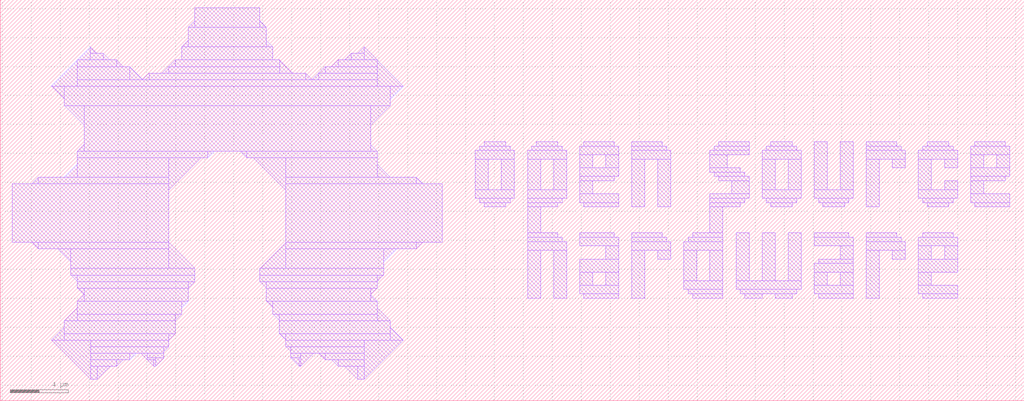
<source format=lef>
VERSION 5.7 ;
  NOWIREEXTENSIONATPIN ON ;
  DIVIDERCHAR "/" ;
  BUSBITCHARS "[]" ;
MACRO open_source
  CLASS BLOCK ;
  FOREIGN open_source ;
  ORIGIN -1.880 -12.910 ;
  SIZE 70.695 BY 27.695 ;
  OBS
      LAYER Metal5 ;
        POLYGON 15.300 39.150 15.300 38.700 14.850 38.700 ;
        RECT 15.300 38.700 19.800 40.050 ;
        POLYGON 19.800 39.150 20.250 38.700 19.800 38.700 ;
        POLYGON 14.850 37.800 14.850 37.350 14.400 37.350 ;
        RECT 14.850 37.350 20.250 38.700 ;
        POLYGON 20.250 37.800 20.700 37.350 20.250 37.350 ;
        POLYGON 8.095 37.350 8.095 36.455 7.200 36.455 ;
        POLYGON 8.095 37.350 8.545 36.900 8.095 36.900 ;
        RECT 8.095 36.455 8.995 36.900 ;
        RECT 7.200 36.450 8.995 36.455 ;
        POLYGON 8.995 36.900 9.445 36.450 8.995 36.450 ;
        RECT 14.400 36.450 20.700 37.350 ;
        POLYGON 27.005 37.350 27.005 36.900 26.555 36.900 ;
        POLYGON 26.105 36.900 26.105 36.450 25.655 36.450 ;
        RECT 26.105 36.455 27.005 36.900 ;
        POLYGON 27.005 37.350 27.900 36.455 27.005 36.455 ;
        RECT 26.105 36.450 27.900 36.455 ;
        POLYGON 7.200 36.450 7.200 34.650 5.400 34.650 ;
        RECT 7.200 36.000 9.895 36.450 ;
        POLYGON 9.895 36.450 10.345 36.000 9.895 36.000 ;
        POLYGON 13.945 36.450 13.945 36.000 13.495 36.000 ;
        RECT 13.945 36.000 21.155 36.450 ;
        RECT 7.200 35.100 10.795 36.000 ;
        POLYGON 10.795 36.000 11.695 35.100 10.795 35.100 ;
        POLYGON 13.495 36.000 13.495 35.550 13.045 35.550 ;
        RECT 13.495 35.550 21.155 36.000 ;
        POLYGON 21.155 36.450 22.055 35.550 21.155 35.550 ;
        POLYGON 25.205 36.450 25.205 36.000 24.755 36.000 ;
        RECT 25.205 36.000 27.900 36.450 ;
        POLYGON 24.305 36.000 24.305 35.550 23.855 35.550 ;
        RECT 24.305 35.550 27.900 36.000 ;
        POLYGON 12.145 35.550 12.145 35.100 11.695 35.100 ;
        RECT 12.145 35.100 22.955 35.550 ;
        POLYGON 22.955 35.550 23.405 35.100 22.955 35.100 ;
        POLYGON 23.855 35.550 23.855 35.100 23.405 35.100 ;
        RECT 23.855 35.100 27.900 35.550 ;
        RECT 7.200 34.650 27.900 35.100 ;
        POLYGON 27.900 36.450 29.700 34.650 27.900 34.650 ;
        POLYGON 5.400 34.650 6.300 34.650 6.300 33.750 ;
        RECT 6.300 33.300 28.800 34.650 ;
        POLYGON 28.800 34.650 29.700 34.650 28.800 33.750 ;
        POLYGON 6.300 33.300 7.650 33.300 7.650 31.950 ;
        POLYGON 7.650 30.600 7.650 30.150 7.200 30.150 ;
        RECT 7.650 30.150 27.450 33.300 ;
        POLYGON 27.450 33.300 28.800 33.300 27.450 31.950 ;
        POLYGON 27.450 30.600 27.900 30.150 27.450 30.150 ;
        RECT 35.280 30.505 36.780 30.805 ;
        RECT 38.880 30.505 40.380 30.805 ;
        RECT 42.180 30.505 44.280 30.805 ;
        RECT 45.480 30.505 47.580 30.805 ;
        RECT 51.480 30.505 53.580 30.805 ;
        RECT 55.080 30.505 56.580 30.805 ;
        RECT 34.980 30.205 37.080 30.505 ;
        RECT 38.580 30.205 40.680 30.505 ;
        RECT 7.200 29.700 16.200 30.150 ;
        POLYGON 16.200 30.150 16.650 30.150 16.200 29.700 ;
        POLYGON 18.450 30.150 18.900 30.150 18.900 29.700 ;
        RECT 18.900 29.700 27.900 30.150 ;
        POLYGON 7.200 29.250 7.200 28.350 6.300 28.350 ;
        RECT 7.200 28.350 13.500 29.700 ;
        POLYGON 4.500 28.350 4.500 27.900 4.050 27.900 ;
        RECT 4.500 27.900 13.500 28.350 ;
        RECT 2.700 23.850 13.500 27.900 ;
        POLYGON 13.500 29.700 15.750 29.700 13.500 27.450 ;
        POLYGON 19.350 29.700 21.600 29.700 21.600 27.450 ;
        RECT 21.600 28.350 27.900 29.700 ;
        RECT 34.680 29.605 37.380 30.205 ;
        POLYGON 27.900 29.250 28.800 28.350 27.900 28.350 ;
        RECT 21.600 27.900 30.600 28.350 ;
        POLYGON 30.600 28.350 31.050 27.900 30.600 27.900 ;
        RECT 21.600 23.850 32.400 27.900 ;
        RECT 34.680 27.505 35.580 29.605 ;
        RECT 36.480 27.505 37.380 29.605 ;
        RECT 34.680 26.905 37.380 27.505 ;
        RECT 38.280 29.605 40.980 30.205 ;
        RECT 38.280 27.505 39.180 29.605 ;
        RECT 40.080 27.505 40.980 29.605 ;
        RECT 38.280 26.905 40.980 27.505 ;
        RECT 41.880 29.905 44.580 30.505 ;
        RECT 41.880 29.005 42.780 29.905 ;
        RECT 43.680 29.005 44.580 29.905 ;
        RECT 41.880 28.405 44.580 29.005 ;
        RECT 45.480 30.205 47.880 30.505 ;
        RECT 51.180 30.205 53.580 30.505 ;
        RECT 54.780 30.205 56.880 30.505 ;
        RECT 45.480 29.605 48.180 30.205 ;
        RECT 41.880 28.105 44.280 28.405 ;
        RECT 41.880 27.205 42.780 28.105 ;
        RECT 34.980 26.605 37.080 26.905 ;
        RECT 38.280 26.605 40.680 26.905 ;
        RECT 41.880 26.605 44.580 27.205 ;
        RECT 35.280 26.305 36.780 26.605 ;
        RECT 38.280 26.305 40.380 26.605 ;
        RECT 42.180 26.305 44.580 26.605 ;
        RECT 45.480 26.305 46.380 29.605 ;
        RECT 47.280 26.305 48.180 29.605 ;
        RECT 50.880 29.905 53.580 30.205 ;
        RECT 50.880 29.005 52.080 29.905 ;
        RECT 54.480 29.605 57.180 30.205 ;
        RECT 50.880 28.705 52.980 29.005 ;
        RECT 51.180 28.405 53.280 28.705 ;
        RECT 51.480 28.105 53.580 28.405 ;
        RECT 52.380 27.205 53.580 28.105 ;
        RECT 50.880 26.905 53.580 27.205 ;
        RECT 54.480 27.505 55.380 29.605 ;
        RECT 56.280 27.505 57.180 29.605 ;
        RECT 54.480 26.905 57.180 27.505 ;
        RECT 58.080 27.505 58.980 30.805 ;
        RECT 59.880 27.505 60.780 30.805 ;
        RECT 58.080 26.905 60.780 27.505 ;
        RECT 61.680 30.505 63.780 30.805 ;
        RECT 65.880 30.505 67.380 30.805 ;
        RECT 69.180 30.505 71.280 30.805 ;
        RECT 61.680 30.205 64.080 30.505 ;
        RECT 65.580 30.205 67.680 30.505 ;
        RECT 61.680 29.605 64.380 30.205 ;
        RECT 50.880 26.605 53.280 26.905 ;
        RECT 54.780 26.605 56.880 26.905 ;
        RECT 58.380 26.605 60.480 26.905 ;
        RECT 50.880 26.305 52.980 26.605 ;
        RECT 55.080 26.305 56.580 26.605 ;
        RECT 58.680 26.305 60.180 26.605 ;
        RECT 61.680 26.305 62.580 29.605 ;
        RECT 63.480 29.005 64.380 29.605 ;
        RECT 65.280 29.605 67.980 30.205 ;
        RECT 65.280 27.505 66.180 29.605 ;
        RECT 67.080 29.005 67.980 29.605 ;
        RECT 68.880 29.905 71.580 30.505 ;
        RECT 68.880 29.005 69.780 29.905 ;
        RECT 70.680 29.005 71.580 29.905 ;
        RECT 68.880 28.405 71.580 29.005 ;
        RECT 68.880 28.105 71.280 28.405 ;
        RECT 67.080 27.505 67.980 28.105 ;
        RECT 65.280 26.905 67.980 27.505 ;
        RECT 68.880 27.205 69.780 28.105 ;
        RECT 65.580 26.605 67.680 26.905 ;
        RECT 68.880 26.605 71.580 27.205 ;
        RECT 65.880 26.305 67.380 26.605 ;
        RECT 69.180 26.305 71.580 26.605 ;
        RECT 38.280 24.505 39.180 26.305 ;
        RECT 50.880 24.505 51.780 26.305 ;
        RECT 38.280 24.205 40.380 24.505 ;
        RECT 41.880 24.205 44.280 24.505 ;
        RECT 45.480 24.205 47.580 24.505 ;
        RECT 49.680 24.205 51.780 24.505 ;
        RECT 38.280 23.905 40.680 24.205 ;
        POLYGON 4.050 23.850 4.500 23.850 4.500 23.400 ;
        RECT 4.500 23.400 13.500 23.850 ;
        POLYGON 5.850 23.400 6.750 23.400 6.750 22.500 ;
        RECT 6.750 22.050 13.500 23.400 ;
        POLYGON 13.500 23.850 15.300 22.050 13.500 22.050 ;
        RECT 6.750 21.600 15.300 22.050 ;
        POLYGON 6.750 21.600 7.200 21.600 7.200 21.150 ;
        RECT 7.200 21.150 15.300 21.600 ;
        RECT 7.200 20.700 14.850 21.150 ;
        POLYGON 14.850 21.150 15.300 21.150 14.850 20.700 ;
        POLYGON 21.600 23.850 21.600 22.050 19.800 22.050 ;
        RECT 21.600 23.400 30.600 23.850 ;
        POLYGON 30.600 23.850 31.050 23.850 30.600 23.400 ;
        RECT 21.600 22.050 28.350 23.400 ;
        POLYGON 28.350 23.400 29.250 23.400 28.350 22.500 ;
        RECT 38.280 23.305 40.980 23.905 ;
        RECT 41.880 23.605 44.580 24.205 ;
        RECT 19.800 21.600 28.350 22.050 ;
        RECT 19.800 21.150 27.900 21.600 ;
        POLYGON 27.900 21.600 28.350 21.600 27.900 21.150 ;
        POLYGON 19.800 21.150 20.250 21.150 20.250 20.700 ;
        RECT 20.250 20.700 27.900 21.150 ;
        POLYGON 7.200 20.700 7.650 20.700 7.650 20.250 ;
        POLYGON 7.650 20.250 7.650 19.800 7.200 19.800 ;
        RECT 7.650 19.800 14.850 20.700 ;
        POLYGON 7.200 19.350 7.200 18.450 6.300 18.450 ;
        RECT 7.200 18.900 14.400 19.800 ;
        POLYGON 14.400 19.800 14.850 19.800 14.400 19.350 ;
        RECT 20.250 19.800 27.450 20.700 ;
        POLYGON 27.450 20.700 27.900 20.700 27.450 20.250 ;
        POLYGON 27.450 20.250 27.900 19.800 27.450 19.800 ;
        RECT 38.280 20.005 39.180 23.305 ;
        RECT 40.080 20.005 40.980 23.305 ;
        RECT 43.680 22.705 44.580 23.605 ;
        RECT 41.880 21.805 44.580 22.705 ;
        RECT 41.880 20.905 42.780 21.805 ;
        RECT 43.680 20.905 44.580 21.805 ;
        RECT 41.880 20.305 44.580 20.905 ;
        RECT 42.180 20.005 44.580 20.305 ;
        RECT 45.480 23.905 47.880 24.205 ;
        RECT 49.380 23.905 51.780 24.205 ;
        RECT 45.480 23.305 48.180 23.905 ;
        RECT 45.480 20.005 46.380 23.305 ;
        RECT 47.280 22.705 48.180 23.305 ;
        RECT 49.080 23.305 51.780 23.905 ;
        RECT 49.080 21.205 49.980 23.305 ;
        RECT 50.880 21.205 51.780 23.305 ;
        RECT 49.080 20.605 51.780 21.205 ;
        RECT 52.680 21.205 53.580 24.505 ;
        RECT 54.480 21.205 55.380 24.505 ;
        RECT 56.280 21.205 57.180 24.505 ;
        RECT 58.080 24.205 60.480 24.505 ;
        RECT 61.680 24.205 63.780 24.505 ;
        RECT 65.580 24.205 67.680 24.505 ;
        RECT 58.080 23.605 60.780 24.205 ;
        RECT 59.880 22.705 60.780 23.605 ;
        RECT 58.380 22.405 60.780 22.705 ;
        RECT 52.680 20.605 57.180 21.205 ;
        RECT 58.080 21.805 60.780 22.405 ;
        RECT 58.080 20.905 58.980 21.805 ;
        RECT 59.880 20.905 60.780 21.805 ;
        RECT 49.380 20.305 51.780 20.605 ;
        RECT 52.980 20.305 56.880 20.605 ;
        RECT 58.080 20.305 60.780 20.905 ;
        RECT 49.680 20.005 51.780 20.305 ;
        RECT 53.280 20.005 54.480 20.305 ;
        RECT 55.380 20.005 56.580 20.305 ;
        RECT 58.380 20.005 60.780 20.305 ;
        RECT 61.680 23.905 64.080 24.205 ;
        RECT 61.680 23.305 64.380 23.905 ;
        RECT 61.680 20.005 62.580 23.305 ;
        RECT 63.480 22.705 64.380 23.305 ;
        RECT 65.280 23.605 67.980 24.205 ;
        RECT 65.280 22.705 66.180 23.605 ;
        RECT 67.080 22.705 67.980 23.605 ;
        RECT 65.280 21.805 67.980 22.705 ;
        RECT 65.280 20.905 66.180 21.805 ;
        RECT 65.280 20.305 67.980 20.905 ;
        RECT 65.580 20.005 67.980 20.305 ;
        POLYGON 20.250 19.800 20.700 19.800 20.700 19.350 ;
        RECT 7.200 18.450 13.950 18.900 ;
        POLYGON 13.950 18.900 14.400 18.900 13.950 18.450 ;
        RECT 20.700 18.900 27.900 19.800 ;
        POLYGON 20.700 18.900 21.150 18.900 21.150 18.450 ;
        RECT 21.150 18.450 27.900 18.900 ;
        POLYGON 27.900 19.350 28.800 18.450 27.900 18.450 ;
        POLYGON 6.300 18.000 6.300 17.100 5.400 17.100 ;
        RECT 6.300 17.550 13.950 18.450 ;
        RECT 6.300 17.100 13.500 17.550 ;
        POLYGON 13.500 17.550 13.950 17.550 13.500 17.100 ;
        RECT 21.150 17.550 28.800 18.450 ;
        POLYGON 21.150 17.550 21.600 17.550 21.600 17.100 ;
        RECT 21.600 17.100 28.800 17.550 ;
        POLYGON 28.800 18.000 29.700 17.100 28.800 17.100 ;
        POLYGON 5.400 17.100 8.100 17.100 8.100 14.400 ;
        RECT 8.100 16.650 13.500 17.100 ;
        RECT 8.100 16.200 13.170 16.650 ;
        POLYGON 13.170 16.650 13.500 16.650 13.170 16.320 ;
        RECT 21.600 16.650 27.000 17.100 ;
        POLYGON 21.600 16.650 21.930 16.650 21.930 16.320 ;
        RECT 8.100 15.750 10.800 16.200 ;
        POLYGON 10.800 16.200 11.250 16.200 10.800 15.750 ;
        POLYGON 11.575 16.200 12.025 16.200 12.025 15.750 ;
        RECT 12.025 15.870 13.170 16.200 ;
        RECT 12.025 15.750 12.600 15.870 ;
        RECT 8.100 15.300 9.900 15.750 ;
        POLYGON 9.900 15.750 10.350 15.750 9.900 15.300 ;
        POLYGON 12.025 15.750 12.475 15.750 12.475 15.300 ;
        RECT 12.475 15.300 12.600 15.750 ;
        POLYGON 12.600 15.870 13.170 15.870 12.600 15.300 ;
        RECT 21.930 16.200 27.000 16.650 ;
        RECT 21.930 15.870 22.625 16.200 ;
        POLYGON 21.930 15.870 22.500 15.870 22.500 15.300 ;
        RECT 22.500 15.300 22.625 15.870 ;
        POLYGON 22.625 16.200 23.525 16.200 22.625 15.300 ;
        POLYGON 23.850 16.200 24.300 16.200 24.300 15.750 ;
        RECT 24.300 15.750 27.000 16.200 ;
        POLYGON 24.750 15.750 25.200 15.750 25.200 15.300 ;
        RECT 25.200 15.300 27.000 15.750 ;
        RECT 8.100 14.400 8.550 15.300 ;
        POLYGON 8.550 15.300 9.450 15.300 8.550 14.400 ;
        POLYGON 25.650 15.300 26.550 15.300 26.550 14.400 ;
        RECT 26.550 14.400 27.000 15.300 ;
        POLYGON 27.000 17.100 29.700 17.100 27.000 14.400 ;
  END
END open_source
END LIBRARY


</source>
